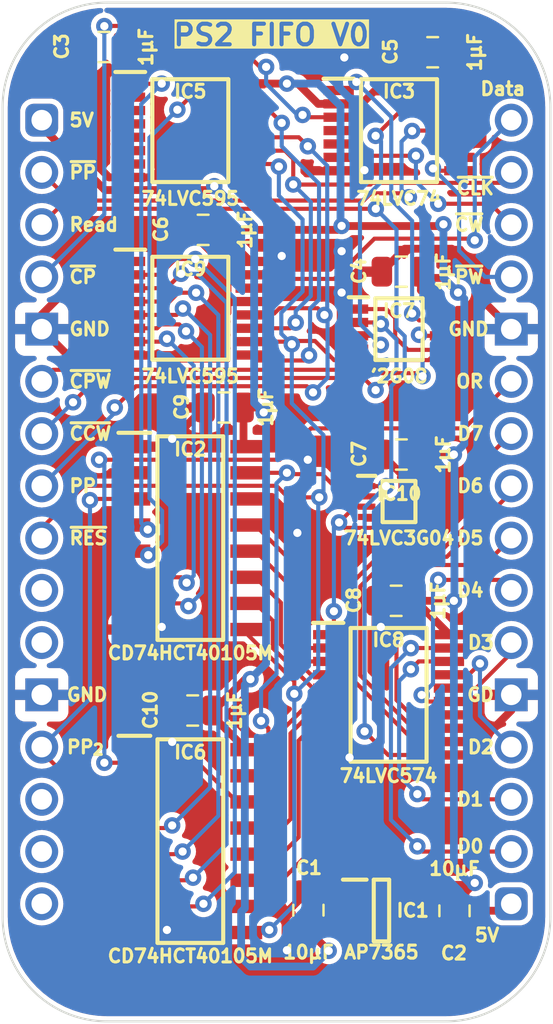
<source format=kicad_pcb>
(kicad_pcb (version 20221018) (generator pcbnew)
  (layers (0 "F.Cu" signal) (31 "B.Cu" signal) (36 "B.SilkS" user "B.Silkscreen") (37 "F.SilkS" user "F.Silkscreen") (38 "B.Mask" user) (39 "F.Mask" user) (44 "Edge.Cuts" user))
  (net 0 "")
  (net 1 "/5V")
  (net 2 "/GND")
  (net 3 "/Output Ready")
  (net 5 "/Data")
  (net 7 "/3.3V")
  (net 11 "/Packet Pulse")
  (net 12 "/~{Clock}")
  (net 14 "/Packet Pulse_{2}")
  (net 15 "/Q0")
  (net 16 "/Q1")
  (net 17 "/Q2")
  (net 18 "/Q3")
  (net 19 "/~{Reset}")
  (net 21 "/~{Code Pulse}")
  (net 22 "/~{Code Waiting}")
  (net 23 "/~{Packet Pulse}")
  (net 24 "/Q4")
  (net 25 "/Q5")
  (net 26 "/Q6")
  (net 27 "/Q7")
  (net 30 "Net-(IC3-~{1RD})")
  (net 31 "/~{Packet Waiting}")
  (net 32 "Net-(IC3-~{2RD})")
  (net 33 "/~{Clear Code Waiting}")
  (net 34 "/D0")
  (net 35 "/D1")
  (net 36 "/D2")
  (net 37 "/D3")
  (net 38 "/D7")
  (net 39 "/D6")
  (net 40 "/D5")
  (net 41 "/D4")
  (net 42 "/S3")
  (net 43 "/S2")
  (net 44 "/S1")
  (net 45 "/S0")
  (net 46 "/~{Read}_{3}")
  (net 52 "Net-(IC5-DS)")
  (net 53 "/S7")
  (net 54 "/S6")
  (net 55 "/S5")
  (net 56 "/S4")
  (net 57 "/~{Read}")
  (net 58 "/Read")
  (net 59 "/Read_{2}")
  (net 66 "/~{Clear Packet Waiting}")
  (footprint "SamacSys_Parts:C_0805" (layer "F.Cu") (at 127.284 91.765)
    (fp_text reference "C1")
    (fp_text value "10μF")
  )
  (footprint "SamacSys_Parts:C_0805" (layer "F.Cu") (at 123.19 67.31 90)
    (fp_text reference "C9")
    (fp_text value "1μF")
  )
  (footprint "SamacSys_Parts:C_0805" (layer "F.Cu") (at 131.826 60.706 90)
    (fp_text reference "C4")
    (fp_text value "1μF")
  )
  (footprint "SamacSys_Parts:SOIC127P600X175-16N" (layer "F.Cu") (at 121.535 88.392)
    (fp_text reference "IC6")
    (fp_text value "CD74HCT40105M")
  )
  (footprint "SamacSys_Parts:C_0805" (layer "F.Cu") (at 122.174 58.674 90)
    (fp_text reference "C6")
    (fp_text value "1μF")
  )
  (footprint "SamacSys_Parts:SOP50P310X90-8N" (layer "F.Cu") (at 131.695 71.882)
    (fp_text reference "IC10")
    (fp_text value "SN74LVC3G04DCUR" hide)
  )
  (footprint "SamacSys_Parts:SOP65P640X110-16N" (layer "F.Cu") (at 121.535 62.484)
    (fp_text reference "IC9")
    (fp_text value "74LVC595APW" hide)
  )
  (footprint "SamacSys_Parts:C_0805" (layer "F.Cu") (at 121.666 82.042 90)
    (fp_text reference "C10")
    (fp_text value "1μF")
  )
  (footprint "SamacSys_Parts:DIP-32_Board_W22.86mm" (layer "F.Cu") (at 114.3 53.34)
    (fp_text reference "J1" hide)
    (fp_text value "Conn_02x16_Counter_Clockwise" hide)
    (fp_line (start -1.905 -0.635) (end -1.905 38.735) (stroke (width 0.1)) (layer "Edge.Cuts"))
    (fp_line (start 19.685 -5.715) (end 3.175 -5.715) (stroke (width 0.1)) (layer "Edge.Cuts"))
    (fp_line (start 19.685 43.815) (end 3.175 43.815) (stroke (width 0.1)) (layer "Edge.Cuts"))
    (fp_line (start 24.765 38.735) (end 24.765 -0.635) (stroke (width 0.1)) (layer "Edge.Cuts"))
    (fp_arc (start -1.905 -0.635) (mid -0.417102 -4.227102) (end 3.175 -5.715) (stroke (width 0.1)) (layer "Edge.Cuts"))
    (fp_arc (start 3.175 43.815) (mid -0.417102 42.327102) (end -1.905 38.735) (stroke (width 0.1)) (layer "Edge.Cuts"))
    (fp_arc (start 19.685 -5.715) (mid 23.277102 -4.227102) (end 24.765 -0.635) (stroke (width 0.1)) (layer "Edge.Cuts"))
    (fp_arc (start 24.765 38.735) (mid 23.277102 42.327102) (end 19.685 43.815) (stroke (width 0.1)) (layer "Edge.Cuts"))
  )
  (footprint "SamacSys_Parts:C_0805" (layer "F.Cu") (at 131.826 69.596 90)
    (fp_text reference "C7")
    (fp_text value "1μF")
  )
  (footprint "SamacSys_Parts:SOP65P400X110-8N" (layer "F.Cu") (at 131.695 63.5)
    (fp_text reference "IC7")
    (fp_text value "74LVC2G08DP-Q100H" hide)
  )
  (footprint "SamacSys_Parts:SOP65P640X110-14N" (layer "F.Cu") (at 131.695 53.848)
    (fp_text reference "IC3")
    (fp_text value "74LVC74APW,118" hide)
  )
  (footprint "SamacSys_Parts:C_0805" (layer "F.Cu") (at 131.572 76.708 90)
    (fp_text reference "C8")
    (fp_text value "1μF")
  )
  (footprint "SamacSys_Parts:C_0805" (layer "F.Cu") (at 134.396 91.765 180)
    (fp_text reference "C2")
    (fp_text value "10μF")
  )
  (footprint "SamacSys_Parts:C_0805" (layer "F.Cu") (at 133.35 50.038 90)
    (fp_text reference "C5")
    (fp_text value "1μF")
  )
  (footprint "SamacSys_Parts:SOP65P640X110-16N" (layer "F.Cu") (at 121.535 53.848)
    (fp_text reference "IC5")
    (fp_text value "74LVC595APW" hide)
  )
  (footprint "SamacSys_Parts:SOIC127P600X175-16N" (layer "F.Cu") (at 121.535 73.66)
    (fp_text reference "IC2")
    (fp_text value "CD74HCT40105M")
  )
  (footprint "SamacSys_Parts:SOP65P640X110-20N" (layer "F.Cu") (at 131.187 81.28)
    (fp_text reference "IC8")
    (fp_text value "74LVC574APW,118" hide)
  )
  (footprint "SamacSys_Parts:C_0805" (layer "F.Cu") (at 117.348 49.784 90)
    (fp_text reference "C3")
    (fp_text value "1μF")
  )
  (footprint "SamacSys_Parts:SOT95P285X130-5N" (layer "F.Cu") (at 130.84 91.765)
    (fp_text reference "IC1")
    (fp_text value "AP7365-33WG-7" hide)
  )
  (gr_text "D1" (at 135.89 86.36) (layer "F.SilkS") (effects (font (size 0.635 0.635) (thickness 0.15) bold) (justify right)))
  (gr_text "~{CW}" (at 135.89 58.42) (layer "F.SilkS") (effects (font (size 0.635 0.635) (thickness 0.15) bold) (justify right)))
  (gr_text "GD" (at 136.398 81.28) (layer "F.SilkS") (effects (font (size 0.635 0.635) (thickness 0.15) bold) (justify right)))
  (gr_text "D7" (at 135.89 68.58) (layer "F.SilkS") (effects (font (size 0.635 0.635) (thickness 0.15) bold) (justify right)))
  (gr_text "~{CPW}" (at 115.57 66.04) (layer "F.SilkS") (effects (font (size 0.635 0.635) (thickness 0.15) bold) (justify left)))
  (gr_text "PP" (at 115.57 71.12) (layer "F.SilkS") (effects (font (size 0.635 0.635) (thickness 0.15) bold) (justify left)))
  (gr_text "D5" (at 135.89 73.66) (layer "F.SilkS") (effects (font (size 0.635 0.635) (thickness 0.15) bold) (justify right)))
  (gr_text "5V" (at 136.652 92.964) (layer "F.SilkS") (effects (font (size 0.635 0.635) (thickness 0.15) bold) (justify right)))
  (gr_text "D6" (at 135.89 71.12) (layer "F.SilkS") (effects (font (size 0.635 0.635) (thickness 0.15) bold) (justify right)))
  (gr_text "PP_{2}" (at 115.443 83.82) (layer "F.SilkS") (effects (font (size 0.635 0.635) (thickness 0.15) bold) (justify left)))
  (gr_text "Read" (at 115.57 58.42) (layer "F.SilkS") (effects (font (size 0.635 0.635) (thickness 0.15) bold) (justify left)))
  (gr_text "GND" (at 115.57 63.5) (layer "F.SilkS") (effects (font (size 0.635 0.635) (thickness 0.15) bold) (justify left)))
  (gr_text "PS2 FIFO V0" (at 125.476 49.784) (layer "F.SilkS" knockout) (effects (font (size 1 1) (thickness 0.2) bold) (justify bottom)))
  (gr_text "D2" (at 136.398 83.82) (layer "F.SilkS") (effects (font (size 0.635 0.635) (thickness 0.15) bold) (justify right)))
  (gr_text "~{CLK}" (at 136.398 56.642) (layer "F.SilkS") (effects (font (size 0.635 0.635) (thickness 0.15) bold) (justify right)))
  (gr_text "OR" (at 135.89 66.04) (layer "F.SilkS") (effects (font (size 0.635 0.635) (thickness 0.15) bold) (justify right)))
  (gr_text "GND" (at 115.443 81.28) (layer "F.SilkS") (effects (font (size 0.635 0.635) (thickness 0.15) bold) (justify left)))
  (gr_text "GND" (at 136.144 63.5) (layer "F.SilkS") (effects (font (size 0.635 0.635) (thickness 0.15) bold) (justify right)))
  (gr_text "~{CCW}" (at 115.57 68.58) (layer "F.SilkS") (effects (font (size 0.635 0.635) (thickness 0.15) bold) (justify left)))
  (gr_text "~{RES}" (at 115.57 73.66) (layer "F.SilkS") (effects (font (size 0.635 0.635) (thickness 0.15) bold) (justify left)))
  (gr_text "Data" (at 137.922 51.816) (layer "F.SilkS") (effects (font (size 0.635 0.635) (thickness 0.15) bold) (justify right)))
  (gr_text "D4" (at 135.89 76.2) (layer "F.SilkS") (effects (font (size 0.635 0.635) (thickness 0.15) bold) (justify right)))
  (gr_text "~{PP}" (at 115.57 55.88) (layer "F.SilkS") (effects (font (size 0.635 0.635) (thickness 0.15) bold) (justify left)))
  (gr_text "~{CP}" (at 115.57 60.96) (layer "F.SilkS") (effects (font (size 0.635 0.635) (thickness 0.15) bold) (justify left)))
  (gr_text "~{PW}" (at 135.89 60.96) (layer "F.SilkS") (effects (font (size 0.635 0.635) (thickness 0.15) bold) (justify right)))
  (gr_text "D0" (at 135.89 88.646) (layer "F.SilkS") (effects (font (size 0.635 0.635) (thickness 0.15) bold) (justify right)))
  (gr_text "5V" (at 115.57 53.34) (layer "F.SilkS") (effects (font (size 0.635 0.635) (thickness 0.15) bold) (justify left)))
  (gr_text "D3" (at 136.398 78.74) (layer "F.SilkS") (effects (font (size 0.635 0.635) (thickness 0.15) bold) (justify right)))
  (segment (start 117.374964 56.738) (end 122.511623 56.738) (width 0.38) (layer "F.Cu") (net 1))
  (segment (start 124.124 67.31) (end 124.86677 67.31) (width 0.38) (layer "F.Cu") (net 1))
  (segment (start 114.3 53.663036) (end 117.374964 56.738) (width 0.38) (layer "F.Cu") (net 1))
  (segment (start 124.206 80.518) (end 124.46 80.518) (width 0.38) (layer "F.Cu") (net 1))
  (segment (start 122.6 82.287) (end 124.26 83.947) (width 0.38) (layer "F.Cu") (net 1))
  (segment (start 124.124 67.31) (end 124.124 69.079) (width 0.38) (layer "F.Cu") (net 1))
  (segment (start 122.682 82.042) (end 124.206 80.518) (width 0.38) (layer "F.Cu") (net 1))
  (segment (start 122.511623 56.738) (end 122.700623 56.549) (width 0.38) (layer "F.Cu") (net 1))
  (segment (start 128.554 90.846) (end 128.554 92.699) (width 0.38) (layer "F.Cu") (net 1))
  (segment (start 129.54 90.815) (end 130.495 90.815) (width 0.38) (layer "F.Cu") (net 1))
  (segment (start 129.54 90.815) (end 128.585 90.815) (width 0.38) (layer "F.Cu") (net 1))
  (segment (start 128.554 92.699) (end 129.524 92.699) (width 0.38) (layer "F.Cu") (net 1))
  (segment (start 128.585 90.815) (end 128.554 90.846) (width 0.38) (layer "F.Cu") (net 1))
  (segment (start 127.284 92.74) (end 128.27 93.726) (width 0.38) (layer "F.Cu") (net 1))
  (segment (start 124.86677 67.31) (end 125.105183 67.548413) (width 0.38) (layer "F.Cu") (net 1))
  (segment (start 131.456 91.776) (end 136.824 91.776) (width 0.38) (layer "F.Cu") (net 1))
  (segment (start 130.495 90.815) (end 131.456 91.776) (width 0.38) (layer "F.Cu") (net 1))
  (segment (start 128.554 92.699) (end 127.284 92.699) (width 0.38) (layer "F.Cu") (net 1))
  (via (at 128.27 93.726) (size 0.8) (drill 0.4) (layers "F.Cu" "B.Cu") (net 1))
  (via (at 124.46 80.518) (size 0.8) (drill 0.4) (layers "F.Cu" "B.Cu") (net 1))
  (via (at 125.105183 67.548413) (size 0.8) (drill 0.4) (layers "F.Cu" "B.Cu") (net 1))
  (via (at 122.700623 56.549) (size 0.8) (drill 0.4) (layers "F.Cu" "B.Cu") (net 1))
  (segment (start 122.700623 56.549) (end 124.642 58.490377) (width 0.38) (layer "B.Cu") (net 1))
  (segment (start 125.222 79.756) (end 125.222 67.66523) (width 0.38) (layer "B.Cu") (net 1))
  (segment (start 124.009 94.037) (end 124.009 91.832756) (width 0.38) (layer "B.Cu") (net 1))
  (segment (start 127.508 94.488) (end 124.46 94.488) (width 0.38) (layer "B.Cu") (net 1))
  (segment (start 124.642 67.08523) (end 125.105183 67.548413) (width 0.38) (layer "B.Cu") (net 1))
  (segment (start 128.27 93.726) (end 127.508 94.488) (width 0.38) (layer "B.Cu") (net 1))
  (segment (start 124.46 94.488) (end 124.009 94.037) (width 0.38) (layer "B.Cu") (net 1))
  (segment (start 124.188 91.653756) (end 124.188 80.79) (width 0.38) (layer "B.Cu") (net 1))
  (segment (start 125.222 67.66523) (end 125.105183 67.548413) (width 0.38) (layer "B.Cu") (net 1))
  (segment (start 124.642 58.490377) (end 124.642 67.08523) (width 0.38) (layer "B.Cu") (net 1))
  (segment (start 124.46 80.518) (end 125.222 79.756) (width 0.38) (layer "B.Cu") (net 1))
  (segment (start 124.188 80.79) (end 124.46 80.518) (width 0.38) (layer "B.Cu") (net 1))
  (segment (start 124.009 91.832756) (end 124.188 91.653756) (width 0.38) (layer "B.Cu") (net 1))
  (segment (start 127.284 90.799) (end 126.169 91.914) (width 0.38) (layer "F.Cu") (net 2))
  (segment (start 121.384004 93.698) (end 126.238 93.698) (width 0.38) (layer "F.Cu") (net 2))
  (segment (start 128.524 59.944) (end 128.758203 59.709797) (width 0.38) (layer "F.Cu") (net 2))
  (segment (start 120.65 68.884) (end 120.319 69.215) (width 0.38) (layer "F.Cu") (net 2))
  (segment (start 125.50778 62.159) (end 125.94478 61.722) (width 0.38) (layer "F.Cu") (net 2))
  (segment (start 131.242 93.472) (end 133.655 93.472) (width 0.38) (layer "F.Cu") (net 2))
  (segment (start 129.54 91.765) (end 130.495 91.765) (width 0.38) (layer "F.Cu") (net 2))
  (segment (start 121.208 58.674) (end 118.415 58.674) (width 0.38) (layer "F.Cu") (net 2))
  (segment (start 134.267 59.591) (end 135.97 61.294) (width 0.38) (layer "F.Cu") (net 2))
  (segment (start 128.249 84.205) (end 129.163004 84.205) (width 0.38) (layer "F.Cu") (net 2))
  (segment (start 125.984 59.944) (end 128.524 59.944) (width 0.38) (layer "F.Cu") (net 2))
  (segment (start 116.382 49.784) (end 116.382 54.924792) (width 0.38) (layer "F.Cu") (net 2))
  (segment (start 128.865 64.475) (end 129.72 64.475) (width 0.38) (layer "F.Cu") (net 2))
  (segment (start 122.224 67.31) (end 120.7 68.834) (width 0.38) (layer "F.Cu") (net 2))
  (segment (start 121.286759 64.759) (end 123.345 62.700759) (width 0.38) (layer "F.Cu") (net 2))
  (segment (start 129.560712 49.76328) (end 129.032 50.291992) (width 0.38) (layer "F.Cu") (net 2))
  (segment (start 137.16 82.042) (end 137.16 81.788) (width 0.38) (layer "F.Cu") (net 2))
  (segment (start 130.86 60.706) (end 131.975 59.591) (width 0.38) (layer "F.Cu") (net 2))
  (segment (start 130.86 69.596) (end 127.508 69.596) (width 0.38) (layer "F.Cu") (net 2))
  (segment (start 114.3 81.28) (end 118.872 81.28) (width 0.38) (layer "F.Cu") (net 2))
  (segment (start 119.634 82.042) (end 120.7 82.042) (width 0.38) (layer "F.Cu") (net 2))
  (segment (start 130.86 60.706) (end 130.059 60.706) (width 0.38) (layer "F.Cu") (net 2))
  (segment (start 128.665186 61.722) (end 128.854093 61.910907) (width 0.38) (layer "F.Cu") (net 2))
  (segment (start 118.81 78.105) (end 120.015008 78.105) (width 0.38) (layer "F.Cu") (net 2))
  (segment (start 128.757 55.798) (end 129.984089 55.798) (width 0.38) (layer "F.Cu") (net 2))
  (segment (start 131.854 70.59) (end 131.854 71.680036) (width 0.38) (layer "F.Cu") (net 2))
  (segment (start 125.94478 61.722) (end 128.665186 61.722) (width 0.38) (layer "F.Cu") (net 2))
  (segment (start 120.7 83.516) (end 120.65 83.566) (width 0.38) (layer "F.Cu") (net 2))
  (segment (start 122.29 53.523) (end 119.69 56.123) (width 0.38) (layer "F.Cu") (net 2))
  (segment (start 126.169 93.629) (end 126.238 93.698) (width 0.38) (layer "F.Cu") (net 2))
  (segment (start 120.396 92.709996) (end 121.384004 93.698) (width 0.38) (layer "F.Cu") (net 2))
  (segment (start 130.059 60.706) (end 129.043 61.722) (width 0.38) (layer "F.Cu") (net 2))
  (segment (start 116.382 54.924792) (end 117.580208 56.123) (width 0.38) (layer "F.Cu") (net 2))
  (segment (start 126.169 91.914) (end 126.169 93.629) (width 0.38) (layer "F.Cu") (net 2))
  (segment (start 123.345 62.169) (end 123.355 62.159) (width 0.38) (layer "F.Cu") (net 2))
  (segment (start 127.282 94.742) (end 126.238 93.698) (width 0.38) (layer "F.Cu") (net 2))
  (segment (start 115.559 64.759) (end 118.61 64.759) (width 0.38) (layer "F.Cu") (net 2))
  (segment (start 128.855 61.911814) (end 128.855 63.158589) (width 0.38) (layer "F.Cu") (net 2))
  (segment (start 114.3 62.789) (end 114.3 63.5) (width 0.38) (layer "F.Cu") (net 2))
  (segment (start 135.2525 84.82) (end 135.2525 83.9495) (width 0.38) (layer "F.Cu") (net 2))
  (segment (start 124.46 53.523) (end 122.29 53.523) (width 0.38) (layer "F.Cu") (net 2))
  (segment (start 124.46 62.159) (end 125.50778 62.159) (width 0.38) (layer "F.Cu") (net 2))
  (segment (start 135.97 61.294) (end 135.97 62.31) (width 0.38) (layer "F.Cu") (net 2))
  (segment (start 135.97 62.31) (end 137.16 63.5) (width 0.38) (layer "F.Cu") (net 2))
  (segment (start 128.758203 59.709797) (end 128.9 59.709797) (width 0.38) (layer "F.Cu") (net 2))
  (segment (start 128.854093 64.464093) (end 128.865 64.475) (width 0.38) (layer "F.Cu") (net 2))
  (segment (start 120.268996 92.837) (end 120.396 92.709996) (width 0.38) (layer "F.Cu") (net 2))
  (segment (start 120.015008 78.105) (end 120.142008 77.978) (width 0.38) (layer "F.Cu") (net 2))
  (segment (start 120.65 68.834) (end 120.65 68.884) (width 0.38) (layer "F.Cu") (net 2))
  (segment (start 128.854093 63.159496) (end 128.854093 64.464093) (width 0.38) (layer "F.Cu") (net 2))
  (segment (start 120.7 78.535992) (end 120.142008 77.978) (width 0.38) (layer "F.Cu") (net 2))
  (segment (start 135.2525 83.9495) (end 137.16 82.042) (width 0.38) (layer "F.Cu") (net 2))
  (segment (start 120.396 82.042) (end 118.81 83.628) (width 0.38) (layer "F.Cu") (net 2))
  (segment (start 127.995 84.459) (end 127.995 90.088) (width 0.38) (layer "F.Cu") (net 2))
  (segment (start 119.69 56.123) (end 118.61 56.123) (width 0.38) (layer "F.Cu") (net 2))
  (segment (start 128.854093 61.910907) (end 128.855 61.911814) (width 0.38) (layer "F.Cu") (net 2))
  (segment (start 129.286004 84.328) (end 129.778004 84.82) (width 0.38) (layer "F.Cu") (net 2))
  (segment (start 132.10928 49.76328) (end 129.560712 49.76328) (width 0.38) (layer "F.Cu") (net 2))
  (segment (start 118.415 58.674) (end 114.3 62.789) (width 0.38) (layer "F.Cu") (net 2))
  (segment (start 118.872 81.28) (end 119.634 82.042) (width 0.38) (layer "F.Cu") (net 2))
  (segment (start 130.606 77.774) (end 130.81 77.978) (width 0.38) (layer "F.Cu") (net 2))
  (segment (start 131.854 71.680036) (end 130.862036 72.672) (width 0.38) (layer "F.Cu") (net 2))
  (segment (start 130.495 91.765) (end 131.064 92.334) (width 0.38) (layer "F.Cu") (net 2))
  (segment (start 131.064 93.294) (end 131.242 93.472) (width 0.38) (layer "F.Cu") (net 2))
  (segment (start 121.477903 58.674) (end 123.345 60.541097) (width 0.38) (layer "F.Cu") (net 2))
  (segment (start 128.855 63.158589) (end 128.854093 63.159496) (width 0.38) (layer "F.Cu") (net 2))
  (segment (start 120.7 82.042) (end 120.7 78.535992) (width 0.38) (layer "F.Cu") (net 2))
  (segment (start 131.064 92.334) (end 131.064 93.294) (width 0.38) (layer "F.Cu") (net 2))
  (segment (start 123.345 60.541097) (end 123.345 62.149) (width 0.38) (layer "F.Cu") (net 2))
  (segment (start 117.580208 56.123) (end 118.61 56.123) (width 0.38) (layer "F.Cu") (net 2))
  (segment (start 130.862036 72.672) (end 130.12 72.672) (width 0.38) (layer "F.Cu") (net 2))
  (segment (start 120.319 69.215) (end 118.81 69.215) (width 0.38) (layer "F.Cu") (net 2))
  (segment (start 120.7 68.834) (end 120.65 68.834) (width 0.38) (layer "F.Cu") (net 2))
  (segment (start 127.508 69.596) (end 127.254 69.85) (width 0.38) (layer "F.Cu") (net 2))
  (segment (start 123.345 62.700759) (end 123.345 62.169) (width 0.38) (layer "F.Cu") (net 2))
  (segment (start 133.655 93.472) (end 134.396 92.731) (width 0.38) (layer "F.Cu") (net 2))
  (segment (start 120.7 82.042) (end 120.7 83.516) (width 0.38) (layer "F.Cu") (net 2))
  (segment (start 130.606 76.708) (end 130.606 77.774) (width 0.38) (layer "F.Cu") (net 2))
  (segment (start 129.163004 84.205) (end 129.286004 84.328) (width 0.38) (layer "F.Cu") (net 2))
  (segment (start 129.616 94.742) (end 127.282 94.742) (width 0.38) (layer "F.Cu") (net 2))
  (segment (start 114.3 63.5) (end 115.559 64.759) (width 0.38) (layer "F.Cu") (net 2))
  (segment (start 128.249 84.205) (end 127.995 84.459) (width 0.38) (layer "F.Cu") (net 2))
  (segment (start 130.86 69.596) (end 131.854 70.59) (width 0.38) (layer "F.Cu") (net 2))
  (segment (start 128.854093 61.910907) (end 128.854093 61.767907) (width 0.38) (layer "F.Cu") (net 2))
  (segment (start 129.778004 84.82) (end 135.2525 84.82) (width 0.38) (layer "F.Cu") (net 2))
  (segment (start 123.355 62.159) (end 124.46 62.159) (width 0.38) (layer "F.Cu") (net 2))
  (segment (start 127.995 90.088) (end 127.284 90.799) (width 0.38) (layer "F.Cu") (net 2))
  (segment (start 118.81 92.837) (end 120.268996 92.837) (width 0.38) (layer "F.Cu") (net 2))
  (segment (start 118.61 64.759) (end 121.286759 64.759) (width 0.38) (layer "F.Cu") (net 2))
  (segment (start 123.345 62.149) (end 123.355 62.159) (width 0.38) (layer "F.Cu") (net 2))
  (segment (start 131.975 59.591) (end 134.267 59.591) (width 0.38) (layer "F.Cu") (net 2))
  (segment (start 118.81 83.628) (end 118.81 83.947) (width 0.38) (layer "F.Cu") (net 2))
  (segment (start 131.064 93.294) (end 129.616 94.742) (width 0.38) (layer "F.Cu") (net 2))
  (segment (start 129.043 61.722) (end 128.9 61.722) (width 0.38) (layer "F.Cu") (net 2))
  (segment (start 128.854093 61.767907) (end 128.9 61.722) (width 0.38) (layer "F.Cu") (net 2))
  (segment (start 129.984089 55.798) (end 130.010794 55.771295) (width 0.38) (layer "F.Cu") (net 2))
  (via (at 129.286004 84.328) (size 0.8) (drill 0.4) (layers "F.Cu" "B.Cu") (net 2))
  (via (at 130.81 77.978) (size 0.8) (drill 0.4) (layers "F.Cu" "B.Cu") (net 2))
  (via (at 128.9 59.709797) (size 0.8) (drill 0.4) (layers "F.Cu" "B.Cu") (net 2))
  (via (at 126.238 93.698) (size 0.8) (drill 0.4) (layers "F.Cu" "B.Cu") (net 2))
  (via (at 120.65 68.834) (size 0.8) (drill 0.4) (layers "F.Cu" "B.Cu") (net 2))
  (via (at 130.010794 55.771295) (size 0.8) (drill 0.4) (layers "F.Cu" "B.Cu") (net 2))
  (via (at 120.142008 77.978) (size 0.8) (drill 0.4) (layers "F.Cu" "B.Cu") (net 2))
  (via (at 120.65 83.566) (size 0.8) (drill 0.4) (layers "F.Cu" "B.Cu") (net 2))
  (via (at 120.396 92.709996) (size 0.8) (drill 0.4) (layers "F.Cu" "B.Cu") (net 2))
  (via (at 127.254 69.85) (size 0.8) (drill 0.4) (layers "F.Cu" "B.Cu") (net 2))
  (via (at 128.9 61.722) (size 0.8) (drill 0.4) (layers "F.Cu" "B.Cu") (net 2))
  (via (at 125.984 59.944) (size 0.8) (drill 0.4) (layers "F.Cu" "B.Cu") (net 2))
  (via (at 126.746 73.406) (size 0.8) (drill 0.4) (layers "F.Cu" "B.Cu") (net 2))
  (via (at 129.032 50.291992) (size 0.8) (drill 0.4) (layers "F.Cu" "B.Cu") (net 2))
  (segment (start 129.426624 52.40638) (end 129.426624 55.187125) (width 0.38) (layer "B.Cu") (net 2))
  (segment (start 126.746 73.406) (end 126.492 73.66) (width 0.38) (layer "B.Cu") (net 2))
  (segment (start 126.492 80.194965) (end 125.806657 80.880308) (width 0.38) (layer "B.Cu") (net 2))
  (segment (start 130.81 77.978) (end 130.81 83.566) (width 0.38) (layer "B.Cu") (net 2))
  (segment (start 125.806657 80.880308) (end 125.806657 90.855343) (width 0.38) (layer "B.Cu") (net 2))
  (segment (start 130.048 84.328) (end 129.286004 84.328) (width 0.38) (layer "B.Cu") (net 2))
  (segment (start 120.65 68.834) (end 120.65 75.415782) (width 0.38) (layer "B.Cu") (net 2))
  (segment (start 127.254 69.85) (end 127.254 71.12) (width 0.38) (layer "B.Cu") (net 2))
  (segment (start 120.142008 75.923774) (end 120.142008 77.978) (width 0.38) (layer "B.Cu") (net 2))
  (segment (start 128.9 61.722) (end 128.9 59.709797) (width 0.38) (layer "B.Cu") (net 2))
  (segment (start 124.589 92.073) (end 124.589 93.093) (width 0.38) (layer "B.Cu") (net 2))
  (segment (start 125.222 66.548) (end 127.254 68.58) (width 0.38) (layer "B.Cu") (net 2))
  (segment (start 120.65 83.566) (end 119.634 84.582) (width 0.38) (layer "B.Cu") (net 2))
  (segment (start 128.75 50.573992) (end 128.75 51.729756) (width 0.38) (layer "B.Cu") (net 2))
  (segment (start 126.492 73.66) (end 126.492 80.194965) (width 0.38) (layer "B.Cu") (net 2))
  (segment (start 126.492 73.152) (end 126.746 73.406) (width 0.38) (layer "B.Cu") (net 2))
  (segment (start 129.426624 55.187125) (end 130.010794 55.771295) (width 0.38) (layer "B.Cu") (net 2))
  (segment (start 127.254 68.58) (end 127.254 69.85) (width 0.38) (layer "B.Cu") (net 2))
  (segment (start 119.634 84.582) (end 119.634 91.947996) (width 0.38) (layer "B.Cu") (net 2))
  (segment (start 125.222 60.706) (end 125.222 66.548) (width 0.38) (layer "B.Cu") (net 2))
  (segment (start 127.254 71.12) (end 126.492 71.882) (width 0.38) (layer "B.Cu") (net 2))
  (segment (start 125.194 93.698) (end 126.238 93.698) (width 0.38) (layer "B.Cu") (net 2))
  (segment (start 119.634 91.947996) (end 120.396 92.709996) (width 0.38) (layer "B.Cu") (net 2))
  (segment (start 124.589 93.093) (end 125.194 93.698) (width 0.38) (layer "B.Cu") (net 2))
  (segment (start 120.65 75.415782) (end 120.142008 75.923774) (width 0.38) (layer "B.Cu") (net 2))
  (segment (start 128.75 51.729756) (end 129.426624 52.40638) (width 0.38) (layer "B.Cu") (net 2))
  (segment (start 125.984 59.944) (end 125.222 60.706) (width 0.38) (layer "B.Cu") (net 2))
  (segment (start 125.806657 90.855343) (end 124.589 92.073) (width 0.38) (layer "B.Cu") (net 2))
  (segment (start 126.492 71.882) (end 126.492 73.152) (width 0.38) (layer "B.Cu") (net 2))
  (segment (start 130.81 83.566) (end 130.048 84.328) (width 0.38) (layer "B.Cu") (net 2))
  (segment (start 129.032 50.291992) (end 128.75 50.573992) (width 0.38) (layer "B.Cu") (net 2))
  (segment (start 125.88305 69.85) (end 117.094006 69.85) (width 0.2) (layer "F.Cu") (net 3))
  (segment (start 121.904988 84.581988) (end 117.348 84.581988) (width 0.2) (layer "F.Cu") (net 3))
  (segment (start 137.16 66.04) (end 134.874 68.326) (width 0.2) (layer "F.Cu") (net 3))
  (segment (start 123.81 86.487) (end 121.904988 84.581988) (width 0.2) (layer "F.Cu") (net 3))
  (segment (start 127.40705 68.326) (end 125.88305 69.85) (width 0.2) (layer "F.Cu") (net 3))
  (segment (start 134.874 68.326) (end 127.40705 68.326) (width 0.2) (layer "F.Cu") (net 3))
  (via (at 117.348 84.581988) (size 0.8) (drill 0.4) (layers "F.Cu" "B.Cu") (net 3))
  (via (at 117.094006 69.85) (size 0.8) (drill 0.4) (layers "F.Cu" "B.Cu") (net 3))
  (segment (start 117.348 70.103994) (end 117.348 84.581988) (width 0.2) (layer "B.Cu") (net 3))
  (segment (start 117.094006 69.85) (end 117.348 70.103994) (width 0.2) (layer "B.Cu") (net 3))
  (segment (start 125.464815 61.509) (end 125.91582 61.057996) (width 0.2) (layer "F.Cu") (net 5))
  (segment (start 125.91582 61.057996) (end 128.541751 61.057996) (width 0.2) (layer "F.Cu") (net 5))
  (segment (start 130.498747 59.101) (end 135.301 59.101) (width 0.2) (layer "F.Cu") (net 5))
  (segment (start 135.301 59.101) (end 135.382 59.182) (width 0.2) (layer "F.Cu") (net 5))
  (segment (start 128.541751 61.057996) (end 130.498747 59.101) (width 0.2) (layer "F.Cu") (net 5))
  (segment (start 124.46 61.509) (end 125.464815 61.509) (width 0.2) (layer "F.Cu") (net 5))
  (via (at 135.382 59.182) (size 0.8) (drill 0.4) (layers "F.Cu" "B.Cu") (net 5))
  (segment (start 135.382 55.118) (end 135.382 59.182) (width 0.2) (layer "B.Cu") (net 5))
  (segment (start 137.16 53.34) (end 135.382 55.118) (width 0.2) (layer "B.Cu") (net 5))
  (segment (start 132.76 61.615) (end 133.67 62.525) (width 0.38) (layer "F.Cu") (net 7))
  (segment (start 135.7605 53.1085) (end 135.671 53.198) (width 0.38) (layer "F.Cu") (net 7))
  (segment (start 126.771308 51.562) (end 127.757308 52.548) (width 0.38) (layer "F.Cu") (net 7))
  (segment (start 129.8745 52.548) (end 129.8845 52.558) (width 0.38) (layer "F.Cu") (net 7))
  (segment (start 134.284 50.038) (end 134.62 50.374) (width 0.38) (layer "F.Cu") (net 7))
  (segment (start 129.6305 53.848) (end 128.757 53.848) (width 0.38) (layer "F.Cu") (net 7))
  (segment (start 130.475227 51.947273) (end 132.374727 51.947273) (width 0.38) (layer "F.Cu") (net 7))
  (segment (start 133.064615 61.010615) (end 133.858 61.010615) (width 0.38) (layer "F.Cu") (net 7))
  (segment (start 134.633 53.198) (end 135.7505 53.198) (width 0.38) (layer "F.Cu") (net 7))
  (segment (start 132.76 60.706) (end 132.76 61.615) (width 0.38) (layer "F.Cu") (net 7))
  (segment (start 124.46 51.573) (end 122.671 49.784) (width 0.38) (layer "F.Cu") (net 7))
  (segment (start 123.108 58.857) (end 124.46 60.209) (width 0.38) (layer "F.Cu") (net 7))
  (segment (start 133.31 70.146) (end 133.31 71.052) (width 0.38) (layer "F.Cu") (net 7))
  (segment (start 128.707585 58.674) (end 128.9 58.481585) (width 0.38) (layer "F.Cu") (net 7))
  (segment (start 132.76 69.596) (end 134.366 69.596) (width 0.38) (layer "F.Cu") (net 7))
  (segment (start 123.108 58.674) (end 128.707585 58.674) (width 0.38) (layer "F.Cu") (net 7))
  (segment (start 134.633 51.898) (end 135.7505 51.898) (width 0.38) (layer "F.Cu") (net 7))
  (segment (start 129.8745 52.548) (end 130.475227 51.947273) (width 0.38) (layer "F.Cu") (net 7))
  (segment (start 126.238 51.562) (end 124.471 51.562) (width 0.38) (layer "F.Cu") (net 7))
  (segment (start 134.62 50.374) (end 134.62 51.885) (width 0.38) (layer "F.Cu") (net 7))
  (segment (start 122.671 49.784) (end 118.282 49.784) (width 0.38) (layer "F.Cu") (net 7))
  (segment (start 133.858 58.401) (end 133.770376 58.488624) (width 0.38) (layer "F.Cu") (net 7))
  (segment (start 134.396 90.831) (end 134.975 90.831) (width 0.38) (layer "F.Cu") (net 7))
  (segment (start 128.757 52.548) (end 129.8745 52.548) (width 0.38) (layer "F.Cu") (net 7))
  (segment (start 129.8845 53.594) (end 129.6305 53.848) (width 0.38) (layer "F.Cu") (net 7))
  (segment (start 135.7605 53.208) (end 135.7605 54.488) (width 0.38) (layer "F.Cu") (net 7))
  (segment (start 135.671 53.198) (end 134.633 53.198) (width 0.38) (layer "F.Cu") (net 7))
  (segment (start 133.31 71.052) (end 133.27 71.092) (width 0.38) (layer "F.Cu") (net 7))
  (segment (start 132.76 69.596) (end 133.31 70.146) (width 0.38) (layer "F.Cu") (net 7))
  (segment (start 135.7505 51.898) (end 135.7605 51.908) (width 0.38) (layer "F.Cu") (net 7))
  (segment (start 135.7605 51.908) (end 135.7605 53.1085) (width 0.38) (layer "F.Cu") (net 7))
  (segment (start 128.907039 58.488624) (end 128.9 58.481585) (width 0.38) (layer "F.Cu") (net 7))
  (segment (start 135.7605 54.488) (end 135.7505 54.498) (width 0.38) (layer "F.Cu") (net 7))
  (segment (start 129.8845 52.558) (end 129.8845 53.594) (width 0.38) (layer "F.Cu") (net 7))
  (segment (start 132.374727 51.947273) (end 134.284 50.038) (width 0.38) (layer "F.Cu") (net 7))
  (segment (start 132.506 76.708) (end 134.366 76.708) (width 0.38) (layer "F.Cu") (net 7))
  (segment (start 126.238 51.562) (end 126.771308 51.562) (width 0.38) (layer "F.Cu") (net 7))
  (segment (start 134.975 90.831) (end 135.382 90.424) (width 0.38) (layer "F.Cu") (net 7))
  (segment (start 127.757308 52.548) (end 128.757 52.548) (width 0.38) (layer "F.Cu") (net 7))
  (segment (start 135.7505 53.198) (end 135.7605 53.208) (width 0.38) (layer "F.Cu") (net 7))
  (segment (start 133.770376 58.488624) (end 128.907039 58.488624) (width 0.38) (layer "F.Cu") (net 7))
  (segment (start 133.858 61.010615) (end 134.569385 61.722) (width 0.38) (layer "F.Cu") (net 7))
  (segment (start 134.125 78.327) (end 132.506 76.708) (width 0.38) (layer "F.Cu") (net 7))
  (segment (start 132.14 90.815) (end 134.38 90.815) (width 0.38) (layer "F.Cu") (net 7))
  (segment (start 135.7505 54.498) (end 134.633 54.498) (width 0.38) (layer "F.Cu") (net 7))
  (via (at 135.382 90.424) (size 0.8) (drill 0.4) (layers "F.Cu" "B.Cu") (net 7))
  (via (at 128.9 58.481585) (size 0.8) (drill 0.4) (layers "F.Cu" "B.Cu") (net 7))
  (via (at 134.366 69.596) (size 0.8) (drill 0.4) (layers "F.Cu" "B.Cu") (net 7))
  (via (at 133.858 58.401) (size 0.8) (drill 0.4) (layers "F.Cu" "B.Cu") (net 7))
  (via (at 134.569385 61.722) (size 0.8) (drill 0.4) (layers "F.Cu" "B.Cu") (net 7))
  (via (at 134.366 76.708) (size 0.8) (drill 0.4) (layers "F.Cu" "B.Cu") (net 7))
  (via (at 126.238 51.562) (size 0.8) (drill 0.4) (layers "F.Cu" "B.Cu") (net 7))
  (segment (start 134.874 69.088) (end 134.874 62.026615) (width 0.38) (layer "B.Cu") (net 7))
  (segment (start 133.858 58.401) (end 133.858 61.010615) (width 0.38) (layer "B.Cu") (net 7))
  (segment (start 134.394 76.68) (end 134.366 76.708) (width 0.38) (layer "B.Cu") (net 7))
  (segment (start 133.858 61.010615) (end 134.569385 61.722) (width 0.38) (layer "B.Cu") (net 7))
  (segment (start 127.762 51.562) (end 128.846624 52.646624) (width 0.38) (layer "B.Cu") (net 7))
  (segment (start 134.366 76.708) (end 134.366 89.662) (width 0.38) (layer "B.Cu") (net 7))
  (segment (start 128.846624 52.646624) (end 128.846624 58.428209) (width 0.38) (layer "B.Cu") (net 7))
  (segment (start 135.128 90.424) (end 135.382 90.424) (width 0.38) (layer "B.Cu") (net 7))
  (segment (start 134.394 69.624) (end 134.394 76.68) (width 0.38) (layer "B.Cu") (net 7))
  (segment (start 134.366 89.662) (end 135.128 90.424) (width 0.38) (layer "B.Cu") (net 7))
  (segment (start 134.874 62.026615) (end 134.569385 61.722) (width 0.38) (layer "B.Cu") (net 7))
  (segment (start 134.366 69.596) (end 134.394 69.624) (width 0.38) (layer "B.Cu") (net 7))
  (segment (start 126.238 51.562) (end 127.762 51.562) (width 0.38) (layer "B.Cu") (net 7))
  (segment (start 128.846624 58.428209) (end 128.9 58.481585) (width 0.38) (layer "B.Cu") (net 7))
  (segment (start 134.366 69.596) (end 134.874 69.088) (width 0.38) (layer "B.Cu") (net 7))
  (segment (start 127.508 66.576101) (end 127.207986 66.276087) (width 0.2) (layer "F.Cu") (net 11))
  (segment (start 124.46 54.173) (end 126.817 54.173) (width 0.2) (layer "F.Cu") (net 11))
  (segment (start 127.207986 66.276087) (end 118.889913 66.276087) (width 0.2) (layer "F.Cu") (net 11))
  (segment (start 118.889913 66.276087) (end 117.856 67.31) (width 0.2) (layer "F.Cu") (net 11))
  (segment (start 124.531 62.738) (end 125.621745 62.738) (width 0.2) (layer "F.Cu") (net 11))
  (segment (start 126.817 54.173) (end 127.254 54.61) (width 0.2) (layer "F.Cu") (net 11))
  (segment (start 125.875745 62.484) (end 127.736652 62.484) (width 0.2) (layer "F.Cu") (net 11))
  (segment (start 125.621745 62.738) (end 125.875745 62.484) (width 0.2) (layer "F.Cu") (net 11))
  (segment (start 127.736652 62.484) (end 128.065 62.812348) (width 0.2) (layer "F.Cu") (net 11))
  (via (at 117.856 67.31) (size 0.8) (drill 0.4) (layers "F.Cu" "B.Cu") (net 11))
  (via (at 127.254 54.61) (size 0.8) (drill 0.4) (layers "F.Cu" "B.Cu") (net 11))
  (via (at 127.508 66.576101) (size 0.8) (drill 0.4) (layers "F.Cu" "B.Cu") (net 11))
  (via (at 128.065 62.812348) (size 0.8) (drill 0.4) (layers "F.Cu" "B.Cu") (net 11))
  (segment (start 117.856 67.564) (end 117.856 67.31) (width 0.2) (layer "B.Cu") (net 11))
  (segment (start 114.3 71.12) (end 117.856 67.564) (width 0.2) (layer "B.Cu") (net 11))
  (segment (start 128.215205 62.962553) (end 128.215205 65.868896) (width 0.2) (layer "B.Cu") (net 11))
  (segment (start 128.2 62.677348) (end 128.065 62.812348) (width 0.2) (layer "B.Cu") (net 11))
  (segment (start 128.065 62.812348) (end 128.215205 62.962553) (width 0.2) (layer "B.Cu") (net 11))
  (segment (start 127.254 54.61) (end 128.2 55.556) (width 0.2) (layer "B.Cu") (net 11))
  (segment (start 128.215205 65.868896) (end 127.508 66.576101) (width 0.2) (layer "B.Cu") (net 11))
  (segment (start 128.2 55.556) (end 128.2 62.677348) (width 0.2) (layer "B.Cu") (net 11))
  (segment (start 124.46 63.459) (end 126.389986 63.459) (width 0.2) (layer "F.Cu") (net 12))
  (segment (start 126.142107 54.823) (end 126.545251 55.226144) (width 0.2) (layer "F.Cu") (net 12))
  (segment (start 124.46 54.823) (end 126.142107 54.823) (width 0.2) (layer "F.Cu") (net 12))
  (segment (start 136.652 56.388) (end 130.384039 56.388) (width 0.2) (layer "F.Cu") (net 12))
  (segment (start 126.545251 55.226144) (end 126.545251 56.466526) (width 0.2) (layer "F.Cu") (net 12))
  (segment (start 137.16 55.88) (end 136.652 56.388) (width 0.2) (layer "F.Cu") (net 12))
  (segment (start 126.389986 63.459) (end 126.664986 63.184) (width 0.2) (layer "F.Cu") (net 12))
  (segment (start 126.55002 56.471295) (end 126.545251 56.466526) (width 0.2) (layer "F.Cu") (net 12))
  (segment (start 130.384039 56.388) (end 130.300744 56.471295) (width 0.2) (layer "F.Cu") (net 12))
  (segment (start 130.300744 56.471295) (end 126.55002 56.471295) (width 0.2) (layer "F.Cu") (net 12))
  (via (at 126.545251 56.466526) (size 0.8) (drill 0.4) (layers "F.Cu" "B.Cu") (net 12))
  (via (at 126.664986 63.184) (size 0.8) (drill 0.4) (layers "F.Cu" "B.Cu") (net 12))
  (segment (start 127.4 61.887686) (end 126.664986 62.6227) (width 0.2) (layer "B.Cu") (net 12))
  (segment (start 126.545251 56.466526) (end 127.4 57.321275) (width 0.2) (layer "B.Cu") (net 12))
  (segment (start 127.4 57.321275) (end 127.4 61.887686) (width 0.2) (layer "B.Cu") (net 12))
  (segment (start 126.664986 62.6227) (end 126.664986 63.184) (width 0.2) (layer "B.Cu") (net 12))
  (segment (start 114.3 84.04795) (end 116.73905 86.487) (width 0.2) (layer "F.Cu") (net 14))
  (segment (start 116.709272 71.755) (end 116.648 71.816272) (width 0.2) (layer "F.Cu") (net 14))
  (segment (start 116.73905 86.487) (end 118.81 86.487) (width 0.2) (layer "F.Cu") (net 14))
  (segment (start 118.81 71.755) (end 116.709272 71.755) (width 0.2) (layer "F.Cu") (net 14))
  (via (at 116.648 71.816272) (size 0.8) (drill 0.4) (layers "F.Cu" "B.Cu") (net 14))
  (segment (start 116.648 81.472) (end 116.648 71.816272) (width 0.2) (layer "B.Cu") (net 14))
  (segment (start 114.3 83.82) (end 116.648 81.472) (width 0.2) (layer "B.Cu") (net 14))
  (segment (start 120.131 51.573) (end 120.142 51.562) (width 0.2) (layer "F.Cu") (net 15))
  (segment (start 118.61 51.573) (end 120.131 51.573) (width 0.2) (layer "F.Cu") (net 15))
  (via (at 120.142 51.562) (size 0.8) (drill 0.4) (layers "F.Cu" "B.Cu") (net 15))
  (via (at 119.46 73.244499) (size 0.8) (drill 0.4) (layers "F.Cu" "B.Cu") (net 15))
  (segment (start 120.142 51.562) (end 119.145462 52.558538) (width 0.2) (layer "B.Cu") (net 15))
  (segment (start 119.145462 52.558538) (end 119.145462 72.929961) (width 0.2) (layer "B.Cu") (net 15))
  (segment (start 119.145462 72.929961) (end 119.46 73.244499) (width 0.2) (layer "B.Cu") (net 15))
  (segment (start 119.293506 74.295) (end 119.486932 74.488426) (width 0.2) (layer "F.Cu") (net 16))
  (segment (start 120.904 52.832) (end 121.513 52.223) (width 0.2) (layer "F.Cu") (net 16))
  (segment (start 121.513 52.223) (end 124.46 52.223) (width 0.2) (layer "F.Cu") (net 16))
  (via (at 119.486932 74.488426) (size 0.8) (drill 0.4) (layers "F.Cu" "B.Cu") (net 16))
  (via (at 120.904 52.832) (size 0.8) (drill 0.4) (layers "F.Cu" "B.Cu") (net 16))
  (segment (start 120.904 52.832) (end 119.545462 54.190538) (width 0.2) (layer "B.Cu") (net 16))
  (segment (start 119.545462 54.190538) (end 119.545462 71.724427) (width 0.2) (layer "B.Cu") (net 16))
  (segment (start 120.16 73.815358) (end 119.486932 74.488426) (width 0.2) (layer "B.Cu") (net 16))
  (segment (start 120.16 72.338965) (end 120.16 73.815358) (width 0.2) (layer "B.Cu") (net 16))
  (segment (start 119.545462 71.724427) (end 120.16 72.338965) (width 0.2) (layer "B.Cu") (net 16))
  (segment (start 118.61 64.109) (end 120.256 64.109) (width 0.2) (layer "F.Cu") (net 17))
  (segment (start 118.81 75.565) (end 121.088345 75.565) (width 0.2) (layer "F.Cu") (net 17))
  (segment (start 121.088345 75.565) (end 121.353178 75.829833) (width 0.2) (layer "F.Cu") (net 17))
  (segment (start 120.256 64.109) (end 120.396 63.969) (width 0.2) (layer "F.Cu") (net 17))
  (via (at 120.396 63.969) (size 0.8) (drill 0.4) (layers "F.Cu" "B.Cu") (net 17))
  (via (at 121.353178 75.829833) (size 0.8) (drill 0.4) (layers "F.Cu" "B.Cu") (net 17))
  (segment (start 121.698 65.271) (end 120.396 63.969) (width 0.2) (layer "B.Cu") (net 17))
  (segment (start 121.353178 75.829833) (end 121.698 75.485011) (width 0.2) (layer "B.Cu") (net 17))
  (segment (start 121.698 75.485011) (end 121.698 65.271) (width 0.2) (layer "B.Cu") (net 17))
  (segment (start 118.61 63.459) (end 119.91605 63.459) (width 0.2) (layer "F.Cu") (net 18))
  (segment (start 119.91605 63.459) (end 120.10605 63.269) (width 0.2) (layer "F.Cu") (net 18))
  (segment (start 120.10605 63.269) (end 120.99309 63.269) (width 0.2) (layer "F.Cu") (net 18))
  (segment (start 121.313 76.835) (end 121.44 76.962) (width 0.2) (layer "F.Cu") (net 18))
  (segment (start 118.81 76.835) (end 121.313 76.835) (width 0.2) (layer "F.Cu") (net 18))
  (segment (start 120.99309 63.269) (end 121.32631 63.60222) (width 0.2) (layer "F.Cu") (net 18))
  (via (at 121.44 76.962) (size 0.8) (drill 0.4) (layers "F.Cu" "B.Cu") (net 18))
  (via (at 121.32631 63.60222) (size 0.8) (drill 0.4) (layers "F.Cu" "B.Cu") (net 18))
  (segment (start 121.44 76.962) (end 122.098 76.304) (width 0.2) (layer "B.Cu") (net 18))
  (segment (start 122.098 64.37391) (end 121.32631 63.60222) (width 0.2) (layer "B.Cu") (net 18))
  (segment (start 122.098 76.304) (end 122.098 64.37391) (width 0.2) (layer "B.Cu") (net 18))
  (segment (start 124.26 78.286) (end 126.596657 80.622657) (width 0.2) (layer "F.Cu") (net 19))
  (segment (start 116.35805 71.116272) (end 125.726272 71.116272) (width 0.2) (layer "F.Cu") (net 19))
  (segment (start 124.46 55.473) (end 125.723866 55.473) (width 0.2) (layer "F.Cu") (net 19))
  (segment (start 133.139 65.006) (end 128.534583 65.006) (width 0.2) (layer "F.Cu") (net 19))
  (segment (start 124.46 64.109) (end 126.350525 64.109) (width 0.2) (layer "F.Cu") (net 19))
  (segment (start 133.67 64.475) (end 133.139 65.006) (width 0.2) (layer "F.Cu") (net 19))
  (segment (start 125.726272 71.116272) (end 126.288615 71.678615) (width 0.2) (layer "F.Cu") (net 19))
  (segment (start 132.126892 64.508002) (end 131.51 63.89111) (width 0.2) (layer "F.Cu") (net 19))
  (segment (start 128.534583 65.006) (end 127.60467 64.076087) (width 0.2) (layer "F.Cu") (net 19))
  (segment (start 131.51 63.89111) (end 131.51 62.95605) (width 0.2) (layer "F.Cu") (net 19))
  (segment (start 114.3 73.174322) (end 116.35805 71.116272) (width 0.2) (layer "F.Cu") (net 19))
  (segment (start 131.07895 62.525) (end 129.72 62.525) (width 0.2) (layer "F.Cu") (net 19))
  (segment (start 126.632064 64.076087) (end 126.474838 64.233313) (width 0.2) (layer "F.Cu") (net 19))
  (segment (start 126.350525 64.109) (end 126.474838 64.233313) (width 0.2) (layer "F.Cu") (net 19))
  (segment (start 131.51 62.95605) (end 131.07895 62.525) (width 0.2) (layer "F.Cu") (net 19))
  (segment (start 126.288615 71.678615) (end 127.812615 71.678615) (width 0.2) (layer "F.Cu") (net 19))
  (segment (start 127.60467 64.076087) (end 126.632064 64.076087) (width 0.2) (layer "F.Cu") (net 19))
  (segment (start 125.251994 92.837) (end 125.378994 92.71) (width 0.2) (layer "F.Cu") (net 19))
  (segment (start 126.596657 80.622657) (end 126.596657 81.230115) (width 0.2) (layer "F.Cu") (net 19))
  (segment (start 124.26 92.837) (end 125.251994 92.837) (width 0.2) (layer "F.Cu") (net 19))
  (segment (start 125.723866 55.473) (end 125.845251 55.594385) (width 0.2) (layer "F.Cu") (net 19))
  (segment (start 133.636998 64.508002) (end 132.126892 64.508002) (width 0.2) (layer "F.Cu") (net 19))
  (via (at 125.845251 55.594385) (size 0.8) (drill 0.4) (layers "F.Cu" "B.Cu") (net 19))
  (via (at 126.474838 64.233313) (size 0.8) (drill 0.4) (layers "F.Cu" "B.Cu") (net 19))
  (via (at 126.596657 81.230115) (size 0.8) (drill 0.4) (layers "F.Cu" "B.Cu") (net 19))
  (via (at 127.812615 71.678615) (size 0.8) (drill 0.4) (layers "F.Cu" "B.Cu") (net 19))
  (via (at 125.378994 92.71) (size 0.8) (drill 0.4) (layers "F.Cu" "B.Cu") (net 19))
  (segment (start 126.596661 81.230119) (end 126.596657 81.230115) (width 0.2) (layer "B.Cu") (net 19))
  (segment (start 127 58.166) (end 127 61.667034) (width 0.2) (layer "B.Cu") (net 19))
  (segment (start 125.845251 55.594385) (end 125.845251 57.011251) (width 0.2) (layer "B.Cu") (net 19))
  (segment (start 125.964986 63.723461) (end 126.474838 64.233313) (width 0.2) (layer "B.Cu") (net 19))
  (segment (start 126.596661 91.492333) (end 126.596661 81.230119) (width 0.2) (layer "B.Cu") (net 19))
  (segment (start 126.474838 67.107874) (end 126.474838 64.233313) (width 0.2) (layer "B.Cu") (net 19))
  (segment (start 128.016 71.47523) (end 128.016 68.649036) (width 0.2) (layer "B.Cu") (net 19))
  (segment (start 128.016 68.649036) (end 126.474838 67.107874) (width 0.2) (layer "B.Cu") (net 19))
  (segment (start 125.378994 92.71) (end 126.596661 91.492333) (width 0.2) (layer "B.Cu") (net 19))
  (segment (start 127 61.667034) (end 125.964986 62.702048) (width 0.2) (layer "B.Cu") (net 19))
  (segment (start 127.762 71.72923) (end 127.812615 71.678615) (width 0.2) (layer "B.Cu") (net 19))
  (segment (start 125.845251 57.011251) (end 127 58.166) (width 0.2) (layer "B.Cu") (net 19))
  (segment (start 125.964986 62.702048) (end 125.964986 63.723461) (width 0.2) (layer "B.Cu") (net 19))
  (segment (start 127.762 80.064772) (end 127.762 71.72923) (width 0.2) (layer "B.Cu") (net 19))
  (segment (start 127.812615 71.678615) (end 128.016 71.47523) (width 0.2) (layer "B.Cu") (net 19))
  (segment (start 126.596657 81.230115) (end 127.762 80.064772) (width 0.2) (layer "B.Cu") (net 19))
  (segment (start 128.757 53.198) (end 127.112 53.198) (width 0.2) (layer "F.Cu") (net 21))
  (segment (start 117.357 48.759) (end 117.348 48.768) (width 0.2) (layer "F.Cu") (net 21))
  (segment (start 124.91786 50.74986) (end 122.936 48.768) (width 0.2) (layer "F.Cu") (net 21))
  (segment (start 122.927 48.759) (end 117.357 48.759) (width 0.2) (layer "F.Cu") (net 21))
  (segment (start 127.112 53.198) (end 127 53.086) (width 0.2) (layer "F.Cu") (net 21))
  (segment (start 125.225385 50.74986) (end 124.91786 50.74986) (width 0.2) (layer "F.Cu") (net 21))
  (segment (start 122.936 48.768) (end 122.927 48.759) (width 0.2) (layer "F.Cu") (net 21))
  (via (at 127 53.086) (size 0.8) (drill 0.4) (layers "F.Cu" "B.Cu") (net 21))
  (via (at 117.348 48.768) (size 0.8) (drill 0.4) (layers "F.Cu" "B.Cu") (net 21))
  (via (at 125.225385 50.74986) (size 0.8) (drill 0.4) (layers "F.Cu" "B.Cu") (net 21))
  (segment (start 117.348 48.768) (end 117.348 57.912) (width 0.2) (layer "B.Cu") (net 21))
  (segment (start 125.225385 51.565385) (end 126.746 53.086) (width 0.2) (layer "B.Cu") (net 21))
  (segment (start 125.225385 51.565385) (end 125.225385 50.74986) (width 0.2) (layer "B.Cu") (net 21))
  (segment (start 127 53.086) (end 126.746 53.086) (width 0.2) (layer "B.Cu") (net 21))
  (segment (start 117.348 57.912) (end 114.3 60.96) (width 0.2) (layer "B.Cu") (net 21))
  (segment (start 136.144 57.404) (end 133.604 57.404) (width 0.2) (layer "F.Cu") (net 22))
  (segment (start 128.833705 55.071295) (end 132.51795 55.071295) (width 0.2) (layer "F.Cu") (net 22))
  (segment (start 137.16 58.42) (end 136.144 57.404) (width 0.2) (layer "F.Cu") (net 22))
  (via (at 133.604 57.404) (size 0.8) (drill 0.4) (layers "F.Cu" "B.Cu") (net 22))
  (via (at 132.51795 55.071295) (size 0.8) (drill 0.4) (layers "F.Cu" "B.Cu") (net 22))
  (segment (start 132.51795 56.31795) (end 133.604 57.404) (width 0.2) (layer "B.Cu") (net 22))
  (segment (start 132.51795 55.071295) (end 132.51795 56.31795) (width 0.2) (layer "B.Cu") (net 22))
  (segment (start 134.633 53.848) (end 132.352801 53.848) (width 0.2) (layer "F.Cu") (net 23))
  (segment (start 132.352801 53.848) (end 132.334 53.866801) (width 0.2) (layer "F.Cu") (net 23))
  (segment (start 131.982004 56.896) (end 132.174004 57.088) (width 0.2) (layer "F.Cu") (net 23))
  (segment (start 114.3 55.88) (end 115.669 57.249) (width 0.2) (layer "F.Cu") (net 23))
  (segment (start 130.32805 56.896) (end 131.982004 56.896) (width 0.2) (layer "F.Cu") (net 23))
  (segment (start 129.97505 57.249) (end 130.32805 56.896) (width 0.2) (layer "F.Cu") (net 23))
  (segment (start 115.669 57.249) (end 129.97505 57.249) (width 0.2) (layer "F.Cu") (net 23))
  (via (at 132.174004 57.088) (size 0.8) (drill 0.4) (layers "F.Cu" "B.Cu") (net 23))
  (via (at 132.334 53.866801) (size 0.8) (drill 0.4) (layers "F.Cu" "B.Cu") (net 23))
  (segment (start 131.81795 56.731946) (end 132.174004 57.088) (width 0.2) (layer "B.Cu") (net 23))
  (segment (start 131.81795 54.382851) (end 131.81795 56.731946) (width 0.2) (layer "B.Cu") (net 23))
  (segment (start 132.334 53.866801) (end 131.81795 54.382851) (width 0.2) (layer "B.Cu") (net 23))
  (segment (start 120.861864 62.809) (end 121.172432 62.498432) (width 0.2) (layer "F.Cu") (net 24))
  (segment (start 118.81 87.757) (end 120.523 87.757) (width 0.2) (layer "F.Cu") (net 24))
  (segment (start 118.61 62.809) (end 120.861864 62.809) (width 0.2) (layer "F.Cu") (net 24))
  (segment (start 120.523 87.757) (end 120.65 87.63) (width 0.2) (layer "F.Cu") (net 24))
  (via (at 121.172432 62.498432) (size 0.8) (drill 0.4) (layers "F.Cu" "B.Cu") (net 24))
  (via (at 120.65 87.63) (size 0.8) (drill 0.4) (layers "F.Cu" "B.Cu") (net 24))
  (segment (start 122.498 63.78396) (end 121.212472 62.498432) (width 0.2) (layer "B.Cu") (net 24))
  (segment (start 121.212472 62.498432) (end 121.172432 62.498432) (width 0.2) (layer "B.Cu") (net 24))
  (segment (start 122.498 85.782) (end 122.498 63.78396) (width 0.2) (layer "B.Cu") (net 24))
  (segment (start 120.65 87.63) (end 122.498 85.782) (width 0.2) (layer "B.Cu") (net 24))
  (segment (start 121.031 89.027) (end 121.158 88.9) (width 0.2) (layer "F.Cu") (net 25))
  (segment (start 118.61 62.159) (end 120.521893 62.159) (width 0.2) (layer "F.Cu") (net 25))
  (segment (start 120.521893 62.159) (end 120.951162 61.729731) (width 0.2) (layer "F.Cu") (net 25))
  (segment (start 118.81 89.027) (end 121.031 89.027) (width 0.2) (layer "F.Cu") (net 25))
  (segment (start 120.951162 61.729731) (end 121.814569 61.729731) (width 0.2) (layer "F.Cu") (net 25))
  (via (at 121.158 88.9) (size 0.8) (drill 0.4) (layers "F.Cu" "B.Cu") (net 25))
  (via (at 121.814569 61.729731) (size 0.8) (drill 0.4) (layers "F.Cu" "B.Cu") (net 25))
  (segment (start 121.158 88.9) (end 122.898 87.16) (width 0.2) (layer "B.Cu") (net 25))
  (segment (start 122.898 62.813162) (end 121.814569 61.729731) (width 0.2) (layer "B.Cu") (net 25))
  (segment (start 122.898 87.16) (end 122.898 62.813162) (width 0.2) (layer "B.Cu") (net 25))
  (segment (start 121.539006 90.297) (end 121.666 90.170006) (width 0.2) (layer "F.Cu") (net 26))
  (segment (start 118.61 61.509) (end 120.384024 61.509) (width 0.2) (layer "F.Cu") (net 26))
  (segment (start 120.384024 61.509) (end 121.082836 60.810188) (width 0.2) (layer "F.Cu") (net 26))
  (segment (start 118.81 90.297) (end 121.539006 90.297) (width 0.2) (layer "F.Cu") (net 26))
  (via (at 121.082836 60.810188) (size 0.8) (drill 0.4) (layers "F.Cu" "B.Cu") (net 26))
  (via (at 121.666 90.170006) (size 0.8) (drill 0.4) (layers "F.Cu" "B.Cu") (net 26))
  (segment (start 121.666 90.170006) (end 123.298 88.538006) (width 0.2) (layer "B.Cu") (net 26))
  (segment (start 123.298 88.538006) (end 123.298 62.223212) (width 0.2) (layer "B.Cu") (net 26))
  (segment (start 121.884976 60.810188) (end 121.082836 60.810188) (width 0.2) (layer "B.Cu") (net 26))
  (segment (start 123.298 62.223212) (end 121.884976 60.810188) (width 0.2) (layer "B.Cu") (net 26))
  (segment (start 118.81 91.567) (end 122.047 91.567) (width 0.2) (layer "F.Cu") (net 27))
  (segment (start 122.047 91.567) (end 122.174 91.44) (width 0.2) (layer "F.Cu") (net 27))
  (segment (start 118.61 60.859) (end 120.043893 60.859) (width 0.2) (layer "F.Cu") (net 27))
  (segment (start 120.811327 60.091566) (end 121.77824 60.091566) (width 0.2) (layer "F.Cu") (net 27))
  (segment (start 120.043893 60.859) (end 120.811327 60.091566) (width 0.2) (layer "F.Cu") (net 27))
  (via (at 121.77824 60.091566) (size 0.8) (drill 0.4) (layers "F.Cu" "B.Cu") (net 27))
  (via (at 122.174 91.44) (size 0.8) (drill 0.4) (layers "F.Cu" "B.Cu") (net 27))
  (segment (start 123.698 89.916) (end 123.698 62.011326) (width 0.2) (layer "B.Cu") (net 27))
  (segment (start 122.174 91.44) (end 123.698 89.916) (width 0.2) (layer "B.Cu") (net 27))
  (segment (start 123.698 62.011326) (end 121.77824 60.091566) (width 0.2) (layer "B.Cu") (net 27))
  (segment (start 129.204 51.898) (end 129.619737 51.482263) (width 0.2) (layer "F.Cu") (net 30))
  (segment (start 133.569869 63.074869) (end 132.670853 63.074869) (width 0.2) (layer "F.Cu") (net 30))
  (segment (start 132.670853 63.074869) (end 132.333984 62.738) (width 0.2) (layer "F.Cu") (net 30))
  (via (at 129.619737 51.482263) (size 0.8) (drill 0.4) (layers "F.Cu" "B.Cu") (net 30))
  (via (at 132.333984 62.738) (size 0.8) (drill 0.4) (layers "F.Cu" "B.Cu") (net 30))
  (segment (start 132.333984 58.23793) (end 131.318 57.221946) (width 0.2) (layer "B.Cu") (net 30))
  (segment (start 131.318 57.221946) (end 131.318 53.180526) (width 0.2) (layer "B.Cu") (net 30))
  (segment (start 131.318 53.180526) (end 129.619737 51.482263) (width 0.2) (layer "B.Cu") (net 30))
  (segment (start 132.333984 62.738) (end 132.333984 58.23793) (width 0.2) (layer "B.Cu") (net 30))
  (segment (start 133.46 55.798) (end 133.35 55.688) (width 0.2) (layer "F.Cu") (net 31))
  (segment (start 134.633 55.798) (end 133.46 55.798) (width 0.2) (layer "F.Cu") (net 31))
  (via (at 133.35 55.688) (size 0.8) (drill 0.4) (layers "F.Cu" "B.Cu") (net 31))
  (segment (start 134.62 56.958) (end 133.35 55.688) (width 0.2) (layer "B.Cu") (net 31))
  (segment (start 135.89 60.96) (end 134.62 59.69) (width 0.2) (layer "B.Cu") (net 31))
  (segment (start 134.62 59.69) (end 134.62 56.958) (width 0.2) (layer "B.Cu") (net 31))
  (segment (start 137.16 60.96) (end 135.89 60.96) (width 0.2) (layer "B.Cu") (net 31))
  (segment (start 130.395 63.825) (end 130.81 64.24) (width 0.2) (layer "F.Cu") (net 32))
  (segment (start 130.81 64.24) (end 130.81 64.262) (width 0.2) (layer "F.Cu") (net 32))
  (segment (start 132.098 52.56) (end 130.556 54.102) (width 0.2) (layer "F.Cu") (net 32))
  (segment (start 134.621 52.56) (end 132.098 52.56) (width 0.2) (layer "F.Cu") (net 32))
  (segment (start 129.72 63.825) (end 130.395 63.825) (width 0.2) (layer "F.Cu") (net 32))
  (via (at 130.556 54.102) (size 0.8) (drill 0.4) (layers "F.Cu" "B.Cu") (net 32))
  (via (at 130.81 64.262) (size 0.8) (drill 0.4) (layers "F.Cu" "B.Cu") (net 32))
  (segment (start 129.794 63.246) (end 129.794 57.37795) (width 0.2) (layer "B.Cu") (net 32))
  (segment (start 130.820472 56.351478) (end 130.820472 54.366472) (width 0.2) (layer "B.Cu") (net 32))
  (segment (start 130.81 64.262) (end 129.794 63.246) (width 0.2) (layer "B.Cu") (net 32))
  (segment (start 130.820472 54.366472) (end 130.556 54.102) (width 0.2) (layer "B.Cu") (net 32))
  (segment (start 129.794 57.37795) (end 130.820472 56.351478) (width 0.2) (layer "B.Cu") (net 32))
  (segment (start 129.72 63.175) (end 130.739 63.175) (width 0.2) (layer "F.Cu") (net 33))
  (segment (start 129.968075 65.876087) (end 117.003913 65.876087) (width 0.2) (layer "F.Cu") (net 33))
  (segment (start 130.556 66.464012) (end 129.968075 65.876087) (width 0.2) (layer "F.Cu") (net 33))
  (segment (start 117.003913 65.876087) (end 115.824 67.056) (width 0.2) (layer "F.Cu") (net 33))
  (segment (start 130.739 63.175) (end 130.81 63.246) (width 0.2) (layer "F.Cu") (net 33))
  (via (at 130.556 66.464012) (size 0.8) (drill 0.4) (layers "F.Cu" "B.Cu") (net 33))
  (via (at 130.81 63.246) (size 0.8) (drill 0.4) (layers "F.Cu" "B.Cu") (net 33))
  (via (at 115.824 67.056) (size 0.8) (drill 0.4) (layers "F.Cu" "B.Cu") (net 33))
  (segment (start 114.3 68.58) (end 115.824 67.056) (width 0.2) (layer "B.Cu") (net 33))
  (segment (start 131.572 65.448012) (end 130.556 66.464012) (width 0.2) (layer "B.Cu") (net 33))
  (segment (start 131.572 64.008) (end 131.572 65.448012) (width 0.2) (layer "B.Cu") (net 33))
  (segment (start 130.81 63.246) (end 131.572 64.008) (width 0.2) (layer "B.Cu") (net 33))
  (segment (start 132.276997 79.005) (end 132.272 79.009997) (width 0.2) (layer "F.Cu") (net 34))
  (segment (start 134.125 79.005) (end 132.276997 79.005) (width 0.2) (layer "F.Cu") (net 34))
  (segment (start 132.842 88.9) (end 132.588 88.646) (width 0.2) (layer "F.Cu") (net 34))
  (segment (start 137.16 88.9) (end 132.842 88.9) (width 0.2) (layer "F.Cu") (net 34))
  (via (at 132.272 79.009997) (size 0.8) (drill 0.4) (layers "F.Cu" "B.Cu") (net 34))
  (via (at 132.588 88.646) (size 0.8) (drill 0.4) (layers "F.Cu" "B.Cu") (net 34))
  (segment (start 131.3 79.981997) (end 132.272 79.009997) (width 0.2) (layer "B.Cu") (net 34))
  (segment (start 131.3 87.358) (end 131.3 79.981997) (width 0.2) (layer "B.Cu") (net 34))
  (segment (start 132.588 88.646) (end 131.3 87.358) (width 0.2) (layer "B.Cu") (net 34))
  (segment (start 134.125 79.655) (end 132.652969 79.655) (width 0.2) (layer "F.Cu") (net 35))
  (segment (start 132.588 86.106) (end 132.842 86.36) (width 0.2) (layer "F.Cu") (net 35))
  (segment (start 132.652969 79.655) (end 132.272 80.035969) (width 0.2) (layer "F.Cu") (net 35))
  (segment (start 132.842 86.36) (end 137.16 86.36) (width 0.2) (layer "F.Cu") (net 35))
  (via (at 132.588 86.106) (size 0.8) (drill 0.4) (layers "F.Cu" "B.Cu") (net 35))
  (via (at 132.272 80.035969) (size 0.8) (drill 0.4) (layers "F.Cu" "B.Cu") (net 35))
  (segment (start 131.7 85.218) (end 131.7 80.607969) (width 0.2) (layer "B.Cu") (net 35))
  (segment (start 132.588 86.106) (end 131.7 85.218) (width 0.2) (layer "B.Cu") (net 35))
  (segment (start 131.7 80.607969) (end 132.272 80.035969) (width 0.2) (layer "B.Cu") (net 35))
  (segment (start 134.125 80.305) (end 135.087006 80.305) (width 0.2) (layer "F.Cu") (net 36))
  (segment (start 135.087006 80.305) (end 135.636 79.756006) (width 0.2) (layer "F.Cu") (net 36))
  (via (at 135.636 79.756006) (size 0.8) (drill 0.4) (layers "F.Cu" "B.Cu") (net 36))
  (segment (start 135.636 82.296) (end 135.636 79.756006) (width 0.2) (layer "B.Cu") (net 36))
  (segment (start 137.16 83.82) (end 135.636 82.296) (width 0.2) (layer "B.Cu") (net 36))
  (segment (start 135.453 80.955) (end 137.16 79.248) (width 0.2) (layer "F.Cu") (net 37))
  (segment (start 134.125 80.955) (end 135.453 80.955) (width 0.2) (layer "F.Cu") (net 37))
  (segment (start 134.125 83.555) (end 132.461629 83.555) (width 0.2) (layer "F.Cu") (net 38))
  (segment (start 131.077497 74.168) (end 133.858 74.168) (width 0.2) (layer "F.Cu") (net 38))
  (segment (start 133.858 74.168) (end 135.89 72.136) (width 0.2) (layer "F.Cu") (net 38))
  (segment (start 129.406 80.49937) (end 129.406 75.839497) (width 0.2) (layer "F.Cu") (net 38))
  (segment (start 135.89 72.136) (end 135.89 69.85) (width 0.2) (layer "F.Cu") (net 38))
  (segment (start 135.89 69.85) (end 137.16 68.58) (width 0.2) (layer "F.Cu") (net 38))
  (segment (start 129.406 75.839497) (end 131.077497 74.168) (width 0.2) (layer "F.Cu") (net 38))
  (segment (start 132.461629 83.555) (end 129.406 80.49937) (width 0.2) (layer "F.Cu") (net 38))
  (segment (start 134.023685 74.568) (end 131.243183 74.568) (width 0.2) (layer "F.Cu") (net 39))
  (segment (start 131.243183 74.568) (end 129.806 76.005183) (width 0.2) (layer "F.Cu") (net 39))
  (segment (start 129.806 76.005183) (end 129.806 80.333685) (width 0.2) (layer "F.Cu") (net 39))
  (segment (start 137.16 71.431685) (end 134.023685 74.568) (width 0.2) (layer "F.Cu") (net 39))
  (segment (start 132.377315 82.905) (end 134.125 82.905) (width 0.2) (layer "F.Cu") (net 39))
  (segment (start 129.806 80.333685) (end 132.377315 82.905) (width 0.2) (layer "F.Cu") (net 39))
  (segment (start 134.125 82.255) (end 132.293 82.255) (width 0.2) (layer "F.Cu") (net 40))
  (segment (start 132.743183 74.968) (end 135.852 74.968) (width 0.2) (layer "F.Cu") (net 40))
  (segment (start 131.572 81.534) (end 131.572 76.139183) (width 0.2) (layer "F.Cu") (net 40))
  (segment (start 131.572 76.139183) (end 132.743183 74.968) (width 0.2) (layer "F.Cu") (net 40))
  (segment (start 135.852 74.968) (end 137.16 73.66) (width 0.2) (layer "F.Cu") (net 40))
  (segment (start 132.293 82.255) (end 131.572 81.534) (width 0.2) (layer "F.Cu") (net 40))
  (segment (start 136.652 75.692) (end 133.604 75.692) (width 0.2) (layer "F.Cu") (net 41))
  (segment (start 137.16 76.2) (end 136.652 75.692) (width 0.2) (layer "F.Cu") (net 41))
  (segment (start 133.114727 81.605) (end 134.125 81.605) (width 0.2) (layer "F.Cu") (net 41))
  (segment (start 132.797825 81.288098) (end 133.114727 81.605) (width 0.2) (layer "F.Cu") (net 41))
  (via (at 133.604 75.692) (size 0.8) (drill 0.4) (layers "F.Cu" "B.Cu") (net 41))
  (via (at 132.797825 81.288098) (size 0.8) (drill 0.4) (layers "F.Cu" "B.Cu") (net 41))
  (segment (start 133.35 75.946) (end 133.604 75.692) (width 0.2) (layer "B.Cu") (net 41))
  (segment (start 132.797825 81.288098) (end 133.35 80.735923) (width 0.2) (layer "B.Cu") (net 41))
  (segment (start 133.35 80.735923) (end 133.35 75.946) (width 0.2) (layer "B.Cu") (net 41))
  (segment (start 124.71 76.835) (end 125.546 77.671) (width 0.2) (layer "F.Cu") (net 42))
  (segment (start 125.546 79.006314) (end 127.494686 80.955) (width 0.2) (layer "F.Cu") (net 42))
  (segment (start 125.546 77.671) (end 125.546 79.006314) (width 0.2) (layer "F.Cu") (net 42))
  (segment (start 127.494686 80.955) (end 128.249 80.955) (width 0.2) (layer "F.Cu") (net 42))
  (segment (start 125.946 78.840628) (end 125.946 76.801) (width 0.2) (layer "F.Cu") (net 43))
  (segment (start 125.946 76.801) (end 124.71 75.565) (width 0.2) (layer "F.Cu") (net 43))
  (segment (start 127.410372 80.305) (end 125.946 78.840628) (width 0.2) (layer "F.Cu") (net 43))
  (segment (start 128.249 80.305) (end 127.410372 80.305) (width 0.2) (layer "F.Cu") (net 43))
  (segment (start 127.326057 79.655) (end 128.249 79.655) (width 0.2) (layer "F.Cu") (net 44))
  (segment (start 126.346 78.674942) (end 127.326057 79.655) (width 0.2) (layer "F.Cu") (net 44))
  (segment (start 126.346 75.931) (end 126.346 78.674942) (width 0.2) (layer "F.Cu") (net 44))
  (segment (start 124.71 74.295) (end 126.346 75.931) (width 0.2) (layer "F.Cu") (net 44))
  (segment (start 127.3115 79.005) (end 126.746 78.4395) (width 0.2) (layer "F.Cu") (net 45))
  (segment (start 126.746 75.081) (end 124.69 73.025) (width 0.2) (layer "F.Cu") (net 45))
  (segment (start 128.249 79.005) (end 127.3115 79.005) (width 0.2) (layer "F.Cu") (net 45))
  (segment (start 126.746 78.4395) (end 126.746 75.081) (width 0.2) (layer "F.Cu") (net 45))
  (segment (start 125.335 84.592) (end 125.335 82.906996) (width 0.2) (layer "F.Cu") (net 46))
  (segment (start 125.335 82.906996) (end 124.978004 82.55) (width 0.2) (layer "F.Cu") (net 46))
  (segment (start 126.303 70.55) (end 126.238 70.485) (width 0.2) (layer "F.Cu") (net 46))
  (segment (start 124.71 85.217) (end 125.335 84.592) (width 0.2) (layer "F.Cu") (net 46))
  (segment (start 129.036 71.632) (end 127.954 70.55) (width 0.2) (layer "F.Cu") (net 46))
  (segment (start 127.954 70.55) (end 126.303 70.55) (width 0.2) (layer "F.Cu") (net 46))
  (segment (start 130.12 71.632) (end 129.036 71.632) (width 0.2) (layer "F.Cu") (net 46))
  (segment (start 124.26 70.485) (end 126.238 70.485) (width 0.2) (layer "F.Cu") (net 46))
  (via (at 124.978004 82.55) (size 0.8) (drill 0.4) (layers "F.Cu" "B.Cu") (net 46))
  (via (at 126.238 70.485) (size 0.8) (drill 0.4) (layers "F.Cu" "B.Cu") (net 46))
  (segment (start 124.978004 82.55) (end 124.978004 81.015996) (width 0.2) (layer "B.Cu") (net 46))
  (segment (start 124.978004 81.015996) (end 125.73 80.264) (width 0.2) (layer "B.Cu") (net 46))
  (segment (start 125.73 80.264) (end 125.73 70.993) (width 0.2) (layer "B.Cu") (net 46))
  (segment (start 125.73 70.993) (end 126.238 70.485) (width 0.2) (layer "B.Cu") (net 46))
  (segment (start 124.577819 64.876819) (end 124.725 65.024) (width 0.2) (layer "F.Cu") (net 52))
  (segment (start 124.46 52.873) (end 125.384 52.873) (width 0.2) (layer "F.Cu") (net 52))
  (segment (start 124.725 65.024) (end 127.066807 65.024) (width 0.2) (layer "F.Cu") (net 52))
  (segment (start 127.066807 65.024) (end 127.31472 64.776087) (width 0.2) (layer "F.Cu") (net 52))
  (segment (start 125.384 52.873) (end 125.984 53.473) (width 0.2) (layer "F.Cu") (net 52))
  (via (at 125.984 53.473) (size 0.8) (drill 0.4) (layers "F.Cu" "B.Cu") (net 52))
  (via (at 127.31472 64.776087) (size 0.8) (drill 0.4) (layers "F.Cu" "B.Cu") (net 52))
  (segment (start 127.8 56.426) (end 127.8 62.065136) (width 0.2) (layer "B.Cu") (net 52))
  (segment (start 125.984 54.61) (end 127.8 56.426) (width 0.2) (layer "B.Cu") (net 52))
  (segment (start 127.365 62.500136) (end 127.365 64.725807) (width 0.2) (layer "B.Cu") (net 52))
  (segment (start 127.8 62.065136) (end 127.365 62.500136) (width 0.2) (layer "B.Cu") (net 52))
  (segment (start 125.984 53.473) (end 125.984 54.61) (width 0.2) (layer "B.Cu") (net 52))
  (segment (start 127.365 64.725807) (end 127.31472 64.776087) (width 0.2) (layer "B.Cu") (net 52))
  (segment (start 127.2115 89.0655) (end 127.2115 83.666186) (width 0.2) (layer "F.Cu") (net 53))
  (segment (start 127.2115 83.666186) (end 127.322686 83.555) (width 0.2) (layer "F.Cu") (net 53))
  (segment (start 124.71 91.567) (end 127.2115 89.0655) (width 0.2) (layer "F.Cu") (net 53))
  (segment (start 127.322686 83.555) (end 128.249 83.555) (width 0.2) (layer "F.Cu") (net 53))
  (segment (start 126.8115 83.5005) (end 127.407 82.905) (width 0.2) (layer "F.Cu") (net 54))
  (segment (start 126.8115 88.1955) (end 126.8115 83.5005) (width 0.2) (layer "F.Cu") (net 54))
  (segment (start 127.407 82.905) (end 128.249 82.905) (width 0.2) (layer "F.Cu") (net 54))
  (segment (start 124.71 90.297) (end 126.8115 88.1955) (width 0.2) (layer "F.Cu") (net 54))
  (segment (start 126.4115 87.3255) (end 126.4115 83.155) (width 0.2) (layer "F.Cu") (net 55))
  (segment (start 124.71 89.027) (end 126.4115 87.3255) (width 0.2) (layer "F.Cu") (net 55))
  (segment (start 126.4115 83.155) (end 127.3115 82.255) (width 0.2) (layer "F.Cu") (net 55))
  (segment (start 127.3115 82.255) (end 128.249 82.255) (width 0.2) (layer "F.Cu") (net 55))
  (segment (start 126.0115 86.4555) (end 126.0115 82.989315) (width 0.2) (layer "F.Cu") (net 56))
  (segment (start 127.395815 81.605) (end 128.249 81.605) (width 0.2) (layer "F.Cu") (net 56))
  (segment (start 126.0115 82.989315) (end 127.395815 81.605) (width 0.2) (layer "F.Cu") (net 56))
  (segment (start 124.71 87.757) (end 126.0115 86.4555) (width 0.2) (layer "F.Cu") (net 56))
  (segment (start 128.524 78.08) (end 128.249 78.355) (width 0.2) (layer "F.Cu") (net 57))
  (segment (start 131.065 73.162) (end 129.04199 73.162) (width 0.2) (layer "F.Cu") (net 57))
  (segment (start 133.27 71.632) (end 132.595 71.632) (width 0.2) (layer "F.Cu") (net 57))
  (segment (start 129.04199 73.162) (end 128.777995 72.898005) (width 0.2) (layer "F.Cu") (net 57))
  (segment (start 128.524 77.216) (end 128.524 78.08) (width 0.2) (layer "F.Cu") (net 57))
  (segment (start 130.12 72.132) (end 129.544 72.132) (width 0.2) (layer "F.Cu") (net 57))
  (segment (start 132.595 71.632) (end 131.065 73.162) (width 0.2) (layer "F.Cu") (net 57))
  (segment (start 129.544 72.132) (end 128.777995 72.898005) (width 0.2) (layer "F.Cu") (net 57))
  (via (at 128.524 77.216) (size 0.8) (drill 0.4) (layers "F.Cu" "B.Cu") (net 57))
  (via (at 128.777995 72.898005) (size 0.8) (drill 0.4) (layers "F.Cu" "B.Cu") (net 57))
  (segment (start 128.524 77.216) (end 128.524 73.152) (width 0.2) (layer "B.Cu") (net 57))
  (segment (start 128.524 73.152) (end 128.777995 72.898005) (width 0.2) (layer "B.Cu") (net 57))
  (segment (start 115.071 57.649) (end 130.565016 57.649) (width 0.2) (layer "F.Cu") (net 58))
  (segment (start 130.12 71.132) (end 131.064 71.132) (width 0.2) (layer "F.Cu") (net 58))
  (segment (start 114.3 58.42) (end 115.071 57.649) (width 0.2) (layer "F.Cu") (net 58))
  (segment (start 134.125 84.205) (end 131.167 84.205) (width 0.2) (layer "F.Cu") (net 58))
  (segment (start 131.167 84.205) (end 130.02 83.058) (width 0.2) (layer "F.Cu") (net 58))
  (via (at 130.02 83.058) (size 0.8) (drill 0.4) (layers "F.Cu" "B.Cu") (net 58))
  (via (at 130.565016 57.649) (size 0.8) (drill 0.4) (layers "F.Cu" "B.Cu") (net 58))
  (via (at 131.064 71.132) (size 0.8) (drill 0.4) (layers "F.Cu" "B.Cu") (net 58))
  (segment (start 131.318 66.267697) (end 131.972 65.613697) (width 0.2) (layer "B.Cu") (net 58))
  (segment (start 131.572 58.655984) (end 130.565016 57.649) (width 0.2) (layer "B.Cu") (net 58))
  (segment (start 131.318 70.878) (end 131.318 66.267697) (width 0.2) (layer "B.Cu") (net 58))
  (segment (start 131.972 65.613697) (end 131.972 63.842314) (width 0.2) (layer "B.Cu") (net 58))
  (segment (start 131.064 71.132) (end 131.318 70.878) (width 0.2) (layer "B.Cu") (net 58))
  (segment (start 131.572 63.442314) (end 131.572 58.655984) (width 0.2) (layer "B.Cu") (net 58))
  (segment (start 131.064 71.132) (end 130.02 72.176) (width 0.2) (layer "B.Cu") (net 58))
  (segment (start 130.02 72.176) (end 130.02 83.058) (width 0.2) (layer "B.Cu") (net 58))
  (segment (start 131.972 63.842314) (end 131.572 63.442314) (width 0.2) (layer "B.Cu") (net 58))
  (segment (start 133.27 72.132) (end 133.27 72.632) (width 0.2) (layer "F.Cu") (net 59))
  (segment (start 132.718875 63.825) (end 132.668744 63.774869) (width 0.2) (layer "F.Cu") (net 66))
  (segment (start 130.133761 65.476087) (end 130.298831 65.641158) (width 0.2) (layer "F.Cu") (net 66))
  (segment (start 114.3 66.04) (end 114.863913 65.476087) (width 0.2) (layer "F.Cu") (net 66))
  (segment (start 130.298831 65.641158) (end 132.697158 65.641158) (width 0.2) (layer "F.Cu") (net 66))
  (segment (start 133.67 63.825) (end 132.718875 63.825) (width 0.2) (layer "F.Cu") (net 66))
  (segment (start 114.863913 65.476087) (end 130.133761 65.476087) (width 0.2) (layer "F.Cu") (net 66))
  (segment (start 132.697158 65.641158) (end 132.842 65.786) (width 0.2) (layer "F.Cu") (net 66))
  (via (at 132.668744 63.774869) (size 0.8) (drill 0.4) (layers "F.Cu" "B.Cu") (net 66))
  (via (at 132.842 65.786) (size 0.8) (drill 0.4) (layers "F.Cu" "B.Cu") (net 66))
  (segment (start 132.668744 63.774869) (end 132.842 63.948125) (width 0.2) (layer "B.Cu") (net 66))
  (segment (start 132.842 63.948125) (end 132.842 65.786) (width 0.2) (layer "B.Cu") (net 66))
  (zone (net 2) (net_name "/GND") (layers "F&B.Cu") (connect_pads (clearance 0.25)) (min_thickness 0.25) (fill yes (thermal_gap 0.5) (thermal_bridge_width 0.5))
    (polygon (pts (xy 112.268 47.498) (xy 139.192 47.498) (xy 139.192 97.282) (xy 112.268 97.282)))
  )
)
</source>
